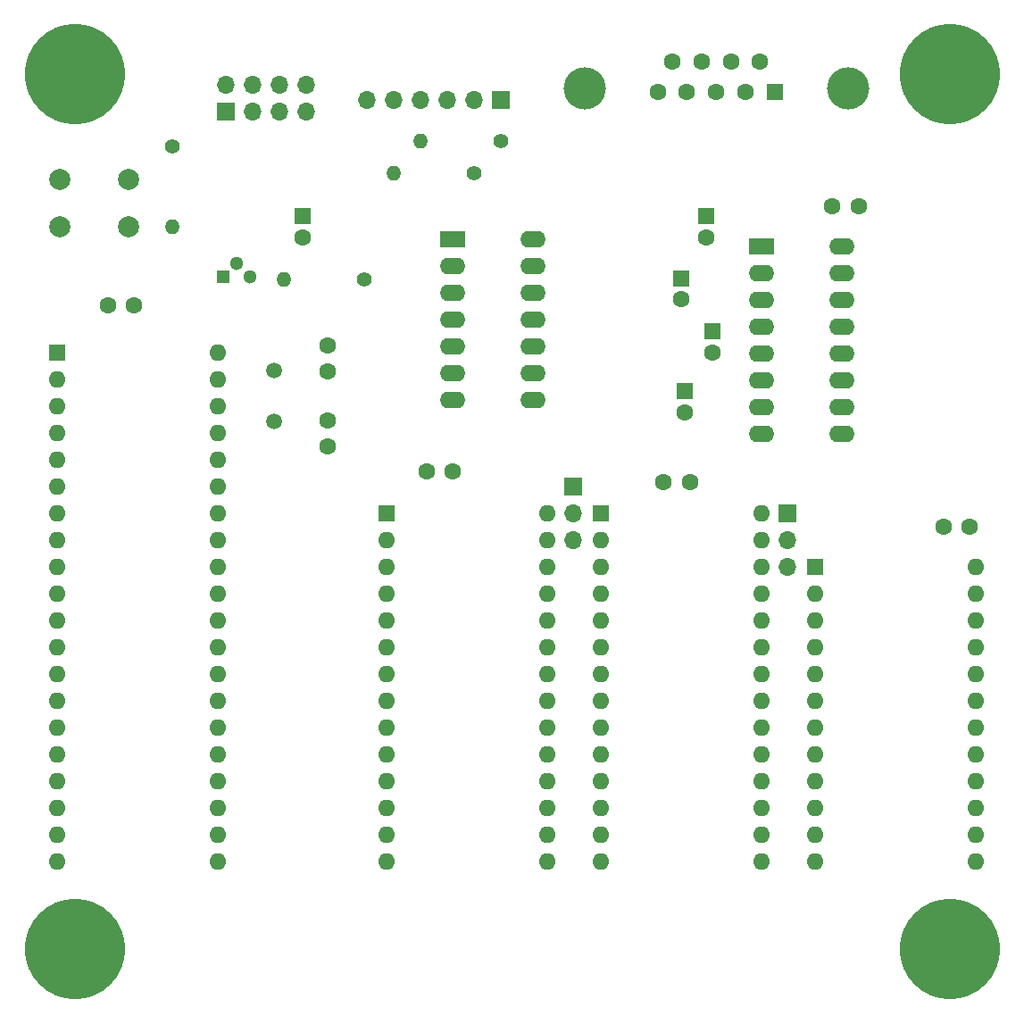
<source format=gbs>
G04 #@! TF.GenerationSoftware,KiCad,Pcbnew,(6.0.1)*
G04 #@! TF.CreationDate,2022-09-17T13:11:06-04:00*
G04 #@! TF.ProjectId,SIMPLE-6809,53494d50-4c45-42d3-9638-30392e6b6963,1*
G04 #@! TF.SameCoordinates,Original*
G04 #@! TF.FileFunction,Soldermask,Bot*
G04 #@! TF.FilePolarity,Negative*
%FSLAX46Y46*%
G04 Gerber Fmt 4.6, Leading zero omitted, Abs format (unit mm)*
G04 Created by KiCad (PCBNEW (6.0.1)) date 2022-09-17 13:11:06*
%MOMM*%
%LPD*%
G01*
G04 APERTURE LIST*
%ADD10C,4.000000*%
%ADD11R,1.600000X1.600000*%
%ADD12C,1.600000*%
%ADD13R,2.400000X1.600000*%
%ADD14O,2.400000X1.600000*%
%ADD15R,1.300000X1.300000*%
%ADD16C,1.300000*%
%ADD17C,1.400000*%
%ADD18O,1.400000X1.400000*%
%ADD19C,9.525000*%
%ADD20O,1.600000X1.600000*%
%ADD21R,1.700000X1.700000*%
%ADD22O,1.700000X1.700000*%
%ADD23C,2.000000*%
%ADD24C,1.500000*%
G04 APERTURE END LIST*
D10*
X143141000Y-51716000D03*
X168141000Y-51716000D03*
D11*
X161181000Y-52016000D03*
D12*
X158411000Y-52016000D03*
X155641000Y-52016000D03*
X152871000Y-52016000D03*
X150101000Y-52016000D03*
X159796000Y-49176000D03*
X157026000Y-49176000D03*
X154256000Y-49176000D03*
X151486000Y-49176000D03*
D13*
X159916000Y-66641000D03*
D14*
X159916000Y-69181000D03*
X159916000Y-71721000D03*
X159916000Y-74261000D03*
X159916000Y-76801000D03*
X159916000Y-79341000D03*
X159916000Y-81881000D03*
X159916000Y-84421000D03*
X167536000Y-84421000D03*
X167536000Y-81881000D03*
X167536000Y-79341000D03*
X167536000Y-76801000D03*
X167536000Y-74261000D03*
X167536000Y-71721000D03*
X167536000Y-69181000D03*
X167536000Y-66641000D03*
D15*
X108862000Y-69526000D03*
D16*
X110132000Y-68256000D03*
X111402000Y-69526000D03*
D12*
X130663000Y-88011000D03*
X128163000Y-88011000D03*
D17*
X104036000Y-57228000D03*
D18*
X104036000Y-64848000D03*
D12*
X100437000Y-72263000D03*
X97937000Y-72263000D03*
D19*
X94800000Y-50350000D03*
D12*
X118768000Y-83156000D03*
X118768000Y-85656000D03*
D17*
X122301000Y-69850000D03*
D18*
X114681000Y-69850000D03*
D11*
X93109000Y-76791000D03*
D20*
X93109000Y-79331000D03*
X93109000Y-81871000D03*
X93109000Y-84411000D03*
X93109000Y-86951000D03*
X93109000Y-89491000D03*
X93109000Y-92031000D03*
X93109000Y-94571000D03*
X93109000Y-97111000D03*
X93109000Y-99651000D03*
X93109000Y-102191000D03*
X93109000Y-104731000D03*
X93109000Y-107271000D03*
X93109000Y-109811000D03*
X93109000Y-112351000D03*
X93109000Y-114891000D03*
X93109000Y-117431000D03*
X93109000Y-119971000D03*
X93109000Y-122511000D03*
X93109000Y-125051000D03*
X108349000Y-125051000D03*
X108349000Y-122511000D03*
X108349000Y-119971000D03*
X108349000Y-117431000D03*
X108349000Y-114891000D03*
X108349000Y-112351000D03*
X108349000Y-109811000D03*
X108349000Y-107271000D03*
X108349000Y-104731000D03*
X108349000Y-102191000D03*
X108349000Y-99651000D03*
X108349000Y-97111000D03*
X108349000Y-94571000D03*
X108349000Y-92031000D03*
X108349000Y-89491000D03*
X108349000Y-86951000D03*
X108349000Y-84411000D03*
X108349000Y-81871000D03*
X108349000Y-79331000D03*
X108349000Y-76791000D03*
D21*
X109126000Y-53931000D03*
D22*
X109126000Y-51391000D03*
X111666000Y-53931000D03*
X111666000Y-51391000D03*
X114206000Y-53931000D03*
X114206000Y-51391000D03*
X116746000Y-53931000D03*
X116746000Y-51391000D03*
D12*
X153142000Y-89027000D03*
X150642000Y-89027000D03*
D11*
X124351000Y-92036000D03*
D20*
X124351000Y-94576000D03*
X124351000Y-97116000D03*
X124351000Y-99656000D03*
X124351000Y-102196000D03*
X124351000Y-104736000D03*
X124351000Y-107276000D03*
X124351000Y-109816000D03*
X124351000Y-112356000D03*
X124351000Y-114896000D03*
X124351000Y-117436000D03*
X124351000Y-119976000D03*
X124351000Y-122516000D03*
X124351000Y-125056000D03*
X139591000Y-125056000D03*
X139591000Y-122516000D03*
X139591000Y-119976000D03*
X139591000Y-117436000D03*
X139591000Y-114896000D03*
X139591000Y-112356000D03*
X139591000Y-109816000D03*
X139591000Y-107276000D03*
X139591000Y-104736000D03*
X139591000Y-102196000D03*
X139591000Y-99656000D03*
X139591000Y-97116000D03*
X139591000Y-94576000D03*
X139591000Y-92036000D03*
D11*
X152296000Y-69706000D03*
D12*
X152296000Y-71706000D03*
X118768000Y-78544000D03*
X118768000Y-76044000D03*
D11*
X164996000Y-97101000D03*
D20*
X164996000Y-99641000D03*
X164996000Y-102181000D03*
X164996000Y-104721000D03*
X164996000Y-107261000D03*
X164996000Y-109801000D03*
X164996000Y-112341000D03*
X164996000Y-114881000D03*
X164996000Y-117421000D03*
X164996000Y-119961000D03*
X164996000Y-122501000D03*
X164996000Y-125041000D03*
X180236000Y-125041000D03*
X180236000Y-122501000D03*
X180236000Y-119961000D03*
X180236000Y-117421000D03*
X180236000Y-114881000D03*
X180236000Y-112341000D03*
X180236000Y-109801000D03*
X180236000Y-107261000D03*
X180236000Y-104721000D03*
X180236000Y-102181000D03*
X180236000Y-99641000D03*
X180236000Y-97101000D03*
D11*
X155321000Y-74736888D03*
D12*
X155321000Y-76736888D03*
X169144000Y-62865000D03*
X166644000Y-62865000D03*
D19*
X94800000Y-133350000D03*
D21*
X135246000Y-52776000D03*
D22*
X132706000Y-52776000D03*
X130166000Y-52776000D03*
X127626000Y-52776000D03*
X125086000Y-52776000D03*
X122546000Y-52776000D03*
D11*
X144671000Y-92036000D03*
D20*
X144671000Y-94576000D03*
X144671000Y-97116000D03*
X144671000Y-99656000D03*
X144671000Y-102196000D03*
X144671000Y-104736000D03*
X144671000Y-107276000D03*
X144671000Y-109816000D03*
X144671000Y-112356000D03*
X144671000Y-114896000D03*
X144671000Y-117436000D03*
X144671000Y-119976000D03*
X144671000Y-122516000D03*
X144671000Y-125056000D03*
X159911000Y-125056000D03*
X159911000Y-122516000D03*
X159911000Y-119976000D03*
X159911000Y-117436000D03*
X159911000Y-114896000D03*
X159911000Y-112356000D03*
X159911000Y-109816000D03*
X159911000Y-107276000D03*
X159911000Y-104736000D03*
X159911000Y-102196000D03*
X159911000Y-99656000D03*
X159911000Y-97116000D03*
X159911000Y-94576000D03*
X159911000Y-92036000D03*
D23*
X93420000Y-60312000D03*
X99920000Y-60312000D03*
X93420000Y-64812000D03*
X99920000Y-64812000D03*
D13*
X130691000Y-65986000D03*
D14*
X130691000Y-68526000D03*
X130691000Y-71066000D03*
X130691000Y-73606000D03*
X130691000Y-76146000D03*
X130691000Y-78686000D03*
X130691000Y-81226000D03*
X138311000Y-81226000D03*
X138311000Y-78686000D03*
X138311000Y-76146000D03*
X138311000Y-73606000D03*
X138311000Y-71066000D03*
X138311000Y-68526000D03*
X138311000Y-65986000D03*
D19*
X177800000Y-50350000D03*
D17*
X135255000Y-56720000D03*
D18*
X127635000Y-56720000D03*
D21*
X162433000Y-91963000D03*
D22*
X162433000Y-94503000D03*
X162433000Y-97043000D03*
D19*
X177800000Y-133350000D03*
D11*
X116459000Y-63814888D03*
D12*
X116459000Y-65814888D03*
D11*
X152654000Y-80391000D03*
D12*
X152654000Y-82391000D03*
D21*
X142113000Y-89486000D03*
D22*
X142113000Y-92026000D03*
X142113000Y-94566000D03*
D17*
X132715000Y-59768000D03*
D18*
X125095000Y-59768000D03*
D24*
X113688000Y-83300000D03*
X113688000Y-78420000D03*
D12*
X179705000Y-93236000D03*
X177205000Y-93236000D03*
D11*
X154686000Y-63814888D03*
D12*
X154686000Y-65814888D03*
M02*

</source>
